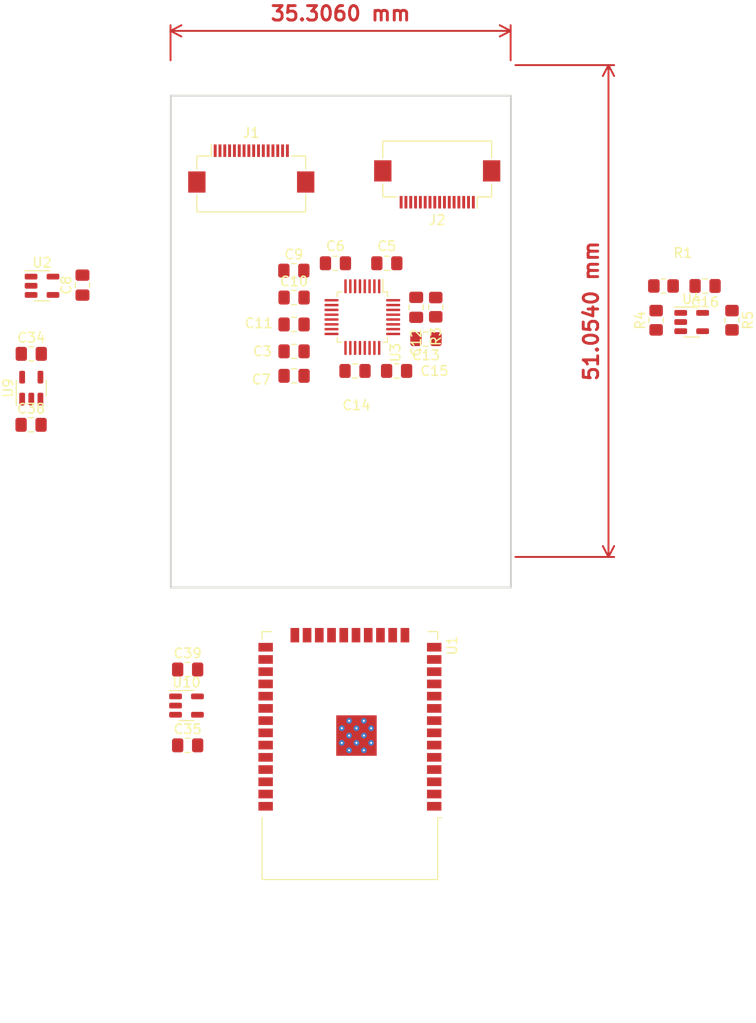
<source format=kicad_pcb>
(kicad_pcb (version 20221018) (generator pcbnew)
  (layers (0 "F.Cu" signal) (31 "B.Cu" signal) (34 "B.Paste" user) (35 "F.Paste" user) (36 "B.SilkS" user "B.Silkscreen") (37 "F.SilkS" user "F.Silkscreen") (38 "B.Mask" user) (39 "F.Mask" user) (44 "Edge.Cuts" user))
  (net 0 "")
  (net 1 "GNDA")
  (net 2 "+3.3VA")
  (net 3 "Net-(U3-PGA1N)")
  (net 4 "Net-(U3-PGA1P)")
  (net 5 "Net-(U3-PGA2N)")
  (net 6 "Net-(U3-PGA2P)")
  (net 7 "Net-(U2-+)")
  (net 8 "Net-(U3-VCAP1)")
  (net 9 "Net-(U3-RLDINV)")
  (net 10 "Net-(U3-RLDIN{slash}RLDREF)")
  (net 11 "Net-(U3-VCAP2)")
  (net 12 "GND")
  (net 13 "+3.3V")
  (net 14 "ADS_DIN")
  (net 15 "ADS_CS")
  (net 16 "ADS_DRDY")
  (net 17 "ADS_DOUT")
  (net 18 "ADS_SCLK")
  (net 20 "VIN")
  (net 27 "Net-(U4-+)")
  (net 30 "inaVref")
  (net 32 "adcVref")
  (net 33 "Net-(U1-GND-Pad1)")
  (net 36 "PWR_ENA")
  (net 37 "ADS_RESET")
  (net 38 "ADS_START")
  (net 43 "Net-(R1-Pad1)")
  (footprint "Capacitor_SMD:C_0805_2012Metric_Pad1.18x1.45mm_HandSolder" (layer "F.Cu") (at 119.99 43.176 180)
    (fp_text reference "C5" (at 0 1.778) (layer "F.SilkS"))
    (fp_text value "4.7nF")
    (fp_line (start -0.261252 -0.735) (end 0.261252 -0.735) (stroke (width 0.12)) (layer "F.SilkS"))
    (fp_line (start -0.261252 0.735) (end 0.261252 0.735) (stroke (width 0.12)) (layer "F.SilkS"))
    (pad "1" smd roundrect (at -1.0375 0 180) (size 1.175 1.45) (layers "F.Cu" "F.Paste" "F.Mask") (roundrect_rratio 0.212766) (net 3 "Net-(U3-PGA1N)"))
    (pad "2" smd roundrect (at 1.0375 0 180) (size 1.175 1.45) (layers "F.Cu" "F.Paste" "F.Mask") (roundrect_rratio 0.212766) (net 4 "Net-(U3-PGA1P)"))
  )
  (footprint "Capacitor_SMD:C_0805_2012Metric_Pad1.18x1.45mm_HandSolder" (layer "F.Cu") (at 116.688 54.352)
    (fp_text reference "C14" (at 0.152 3.56) (layer "F.SilkS"))
    (fp_text value "0.1uF")
    (fp_line (start -0.261252 -0.735) (end 0.261252 -0.735) (stroke (width 0.12)) (layer "F.SilkS"))
    (fp_line (start -0.261252 0.735) (end 0.261252 0.735) (stroke (width 0.12)) (layer "F.SilkS"))
    (pad "1" smd roundrect (at -1.0375 0) (size 1.175 1.45) (layers "F.Cu" "F.Paste" "F.Mask") (roundrect_rratio 0.212766) (net 12 "GND"))
    (pad "2" smd roundrect (at 1.0375 0) (size 1.175 1.45) (layers "F.Cu" "F.Paste" "F.Mask") (roundrect_rratio 0.212766) (net 13 "+3.3V"))
  )
  (footprint "Capacitor_SMD:C_0805_2012Metric_Pad1.18x1.45mm_HandSolder" (layer "F.Cu") (at 123.038 47.748 90)
    (fp_text reference "C12" (at -3.6615 0 90) (layer "F.SilkS"))
    (fp_text value "1.5nF")
    (fp_line (start -0.261252 -0.735) (end 0.261252 -0.735) (stroke (width 0.12)) (layer "F.SilkS"))
    (fp_line (start -0.261252 0.735) (end 0.261252 0.735) (stroke (width 0.12)) (layer "F.SilkS"))
    (pad "1" smd roundrect (at -1.0375 0 90) (size 1.175 1.45) (layers "F.Cu" "F.Paste" "F.Mask") (roundrect_rratio 0.212766) (net 9 "Net-(U3-RLDINV)"))
    (pad "2" smd roundrect (at 1.0375 0 90) (size 1.175 1.45) (layers "F.Cu" "F.Paste" "F.Mask") (roundrect_rratio 0.212766) (net 10 "Net-(U3-RLDIN{slash}RLDREF)"))
  )
  (footprint "Capacitor_SMD:C_0805_2012Metric_Pad1.18x1.45mm_HandSolder" (layer "F.Cu") (at 110.3595 52.32)
    (fp_text reference "C3" (at -3.2805 0) (layer "F.SilkS"))
    (fp_text value "0.1uF")
    (fp_line (start -0.261252 -0.735) (end 0.261252 -0.735) (stroke (width 0.12)) (layer "F.SilkS"))
    (fp_line (start -0.261252 0.735) (end 0.261252 0.735) (stroke (width 0.12)) (layer "F.SilkS"))
    (pad "1" smd roundrect (at -1.0375 0) (size 1.175 1.45) (layers "F.Cu" "F.Paste" "F.Mask") (roundrect_rratio 0.212766) (net 1 "GNDA"))
    (pad "2" smd roundrect (at 1.0375 0) (size 1.175 1.45) (layers "F.Cu" "F.Paste" "F.Mask") (roundrect_rratio 0.212766) (net 2 "+3.3VA"))
  )
  (footprint "Connector_FFC-FPC:Hirose_FH12-16S-0.5SH_1x16-1MP_P0.50mm_Horizontal" (layer "F.Cu") (at 125.222 34.986 180)
    (fp_text reference "J2" (at 0 -3.7) (layer "F.SilkS"))
    (fp_text value "Conn_01x16")
    (fp_line (start -5.65 -1.3) (end -5.65 0.04) (stroke (width 0.12)) (layer "F.SilkS"))
    (fp_line (start -5.65 2.76) (end -5.65 4.5) (stroke (width 0.12)) (layer "F.SilkS"))
    (fp_line (start -5.65 4.5) (end 5.65 4.5) (stroke (width 0.12)) (layer "F.SilkS"))
    (fp_line (start -4.16 -1.3) (end -5.65 -1.3) (stroke (width 0.12)) (layer "F.SilkS"))
    (fp_line (start -4.16 -1.3) (end -4.16 -2.5) (stroke (width 0.12)) (layer "F.SilkS"))
    (fp_line (start 4.16 -1.3) (end 5.65 -1.3) (stroke (width 0.12)) (layer "F.SilkS"))
    (fp_line (start 5.65 -1.3) (end 5.65 0.04) (stroke (width 0.12)) (layer "F.SilkS"))
    (fp_line (start 5.65 4.5) (end 5.65 2.76) (stroke (width 0.12)) (layer "F.SilkS"))
    (pad "1" smd rect (at -3.75 -1.85 180) (size 0.3 1.3) (layers "F.Cu" "F.Paste" "F.Mask"))
    (pad "2" smd rect (at -3.25 -1.85 180) (size 0.3 1.3) (layers "F.Cu" "F.Paste" "F.Mask"))
    (pad "3" smd rect (at -2.75 -1.85 180) (size 0.3 1.3) (layers "F.Cu" "F.Paste" "F.Mask"))
    (pad "4" smd rect (at -2.25 -1.85 180) (size 0.3 1.3) (layers "F.Cu" "F.Paste" "F.Mask"))
    (pad "5" smd rect (at -1.75 -1.85 180) (size 0.3 1.3) (layers "F.Cu" "F.Paste" "F.Mask"))
    (pad "6" smd rect (at -1.25 -1.85 180) (size 0.3 1.3) (layers "F.Cu" "F.Paste" "F.Mask"))
    (pad "7" smd rect (at -0.75 -1.85 180) (size 0.3 1.3) (layers "F.Cu" "F.Paste" "F.Mask"))
    (pad "8" smd rect (at -0.25 -1.85 180) (size 0.3 1.3) (layers "F.Cu" "F.Paste" "F.Mask"))
    (pad "9" smd rect (at 0.25 -1.85 180) (size 0.3 1.3) (layers "F.Cu" "F.Paste" "F.Mask"))
    (pad "10" smd rect (at 0.75 -1.85 180) (size 0.3 1.3) (layers "F.Cu" "F.Paste" "F.Mask"))
    (pad "11" smd rect (at 1.25 -1.85 180) (size 0.3 1.3) (layers "F.Cu" "F.Paste" "F.Mask"))
    (pad "12" smd rect (at 1.75 -1.85 180) (size 0.3 1.3) (layers "F.Cu" "F.Paste" "F.Mask"))
    (pad "13" smd rect (at 2.25 -1.85 180) (size 0.3 1.3) (layers "F.Cu" "F.Paste" "F.Mask"))
    (pad "14" smd rect (at 2.75 -1.85 180) (size 0.3 1.3) (layers "F.Cu" "F.Paste" "F.Mask"))
    (pad "15" smd rect (at 3.25 -1.85 180) (size 0.3 1.3) (layers "F.Cu" "F.Paste" "F.Mask"))
    (pad "16" smd rect (at 3.75 -1.85 180) (size 0.3 1.3) (layers "F.Cu" "F.Paste" "F.Mask"))
    (pad "MP" smd rect (at -5.65 1.4 180) (size 1.8 2.2) (layers "F.Cu" "F.Paste" "F.Mask"))
    (pad "MP" smd rect (at 5.65 1.4 180) (size 1.8 2.2) (layers "F.Cu" "F.Paste" "F.Mask"))
  )
  (footprint "Connector_FFC-FPC:Hirose_FH12-16S-0.5SH_1x16-1MP_P0.50mm_Horizontal" (layer "F.Cu") (at 105.918 33.34)
    (fp_text reference "J1" (at 0 -3.7) (layer "F.SilkS"))
    (fp_text value "Conn_01x16")
    (fp_line (start -5.65 -1.3) (end -5.65 0.04) (stroke (width 0.12)) (layer "F.SilkS"))
    (fp_line (start -5.65 2.76) (end -5.65 4.5) (stroke (width 0.12)) (layer "F.SilkS"))
    (fp_line (start -5.65 4.5) (end 5.65 4.5) (stroke (width 0.12)) (layer "F.SilkS"))
    (fp_line (start -4.16 -1.3) (end -5.65 -1.3) (stroke (width 0.12)) (layer "F.SilkS"))
    (fp_line (start -4.16 -1.3) (end -4.16 -2.5) (stroke (width 0.12)) (layer "F.SilkS"))
    (fp_line (start 4.16 -1.3) (end 5.65 -1.3) (stroke (width 0.12)) (layer "F.SilkS"))
    (fp_line (start 5.65 -1.3) (end 5.65 0.04) (stroke (width 0.12)) (layer "F.SilkS"))
    (fp_line (start 5.65 4.5) (end 5.65 2.76) (stroke (width 0.12)) (layer "F.SilkS"))
    (pad "1" smd rect (at -3.75 -1.85) (size 0.3 1.3) (layers "F.Cu" "F.Paste" "F.Mask"))
    (pad "2" smd rect (at -3.25 -1.85) (size 0.3 1.3) (layers "F.Cu" "F.Paste" "F.Mask"))
    (pad "3" smd rect (at -2.75 -1.85) (size 0.3 1.3) (layers "F.Cu" "F.Paste" "F.Mask"))
    (pad "4" smd rect (at -2.25 -1.85) (size 0.3 1.3) (layers "F.Cu" "F.Paste" "F.Mask"))
    (pad "5" smd rect (at -1.75 -1.85) (size 0.3 1.3) (layers "F.Cu" "F.Paste" "F.Mask"))
    (pad "6" smd rect (at -1.25 -1.85) (size 0.3 1.3) (layers "F.Cu" "F.Paste" "F.Mask"))
    (pad "7" smd rect (at -0.75 -1.85) (size 0.3 1.3) (layers "F.Cu" "F.Paste" "F.Mask"))
    (pad "8" smd rect (at -0.25 -1.85) (size 0.3 1.3) (layers "F.Cu" "F.Paste" "F.Mask"))
    (pad "9" smd rect (at 0.25 -1.85) (size 0.3 1.3) (layers "F.Cu" "F.Paste" "F.Mask"))
    (pad "10" smd rect (at 0.75 -1.85) (size 0.3 1.3) (layers "F.Cu" "F.Paste" "F.Mask"))
    (pad "11" smd rect (at 1.25 -1.85) (size 0.3 1.3) (layers "F.Cu" "F.Paste" "F.Mask"))
    (pad "12" smd rect (at 1.75 -1.85) (size 0.3 1.3) (layers "F.Cu" "F.Paste" "F.Mask"))
    (pad "13" smd rect (at 2.25 -1.85) (size 0.3 1.3) (layers "F.Cu" "F.Paste" "F.Mask"))
    (pad "14" smd rect (at 2.75 -1.85) (size 0.3 1.3) (layers "F.Cu" "F.Paste" "F.Mask"))
    (pad "15" smd rect (at 3.25 -1.85) (size 0.3 1.3) (layers "F.Cu" "F.Paste" "F.Mask"))
    (pad "16" smd rect (at 3.75 -1.85) (size 0.3 1.3) (layers "F.Cu" "F.Paste" "F.Mask"))
    (pad "MP" smd rect (at -5.65 1.4) (size 1.8 2.2) (layers "F.Cu" "F.Paste" "F.Mask"))
    (pad "MP" smd rect (at 5.65 1.4) (size 1.8 2.2) (layers "F.Cu" "F.Paste" "F.Mask"))
  )
  (footprint "Capacitor_SMD:C_0805_2012Metric_Pad1.18x1.45mm_HandSolder" (layer "F.Cu") (at 110.3595 49.526)
    (fp_text reference "C11" (at -3.6615 -0.127) (layer "F.SilkS"))
    (fp_text value "1uF")
    (fp_line (start -0.261252 -0.735) (end 0.261252 -0.735) (stroke (width 0.12)) (layer "F.SilkS"))
    (fp_line (start -0.261252 0.735) (end 0.261252 0.735) (stroke (width 0.12)) (layer "F.SilkS"))
    (pad "1" smd roundrect (at -1.0375 0) (size 1.175 1.45) (layers "F.Cu" "F.Paste" "F.Mask") (roundrect_rratio 0.212766) (net 1 "GNDA"))
    (pad "2" smd roundrect (at 1.0375 0) (size 1.175 1.45) (layers "F.Cu" "F.Paste" "F.Mask") (roundrect_rratio 0.212766) (net 8 "Net-(U3-VCAP1)"))
  )
  (footprint "Capacitor_SMD:C_0805_2012Metric_Pad1.18x1.45mm_HandSolder" (layer "F.Cu") (at 114.656 43.176 180)
    (fp_text reference "C6" (at 0 1.778) (layer "F.SilkS"))
    (fp_text value "4.7nF")
    (fp_line (start -0.261252 -0.735) (end 0.261252 -0.735) (stroke (width 0.12)) (layer "F.SilkS"))
    (fp_line (start -0.261252 0.735) (end 0.261252 0.735) (stroke (width 0.12)) (layer "F.SilkS"))
    (pad "1" smd roundrect (at -1.0375 0 180) (size 1.175 1.45) (layers "F.Cu" "F.Paste" "F.Mask") (roundrect_rratio 0.212766) (net 5 "Net-(U3-PGA2N)"))
    (pad "2" smd roundrect (at 1.0375 0 180) (size 1.175 1.45) (layers "F.Cu" "F.Paste" "F.Mask") (roundrect_rratio 0.212766) (net 6 "Net-(U3-PGA2P)"))
  )
  (footprint "Package_TO_SOT_SMD:SOT-23-5" (layer "F.Cu") (at 83.0795 56.134 90)
    (fp_text reference "U9" (at 0 -2.4 90) (layer "F.SilkS"))
    (fp_text value "AP2112K-3.3")
    (fp_line (start 0 -1.56) (end -1.8 -1.56) (stroke (width 0.12)) (layer "F.SilkS"))
    (fp_line (start 0 -1.56) (end 0.8 -1.56) (stroke (width 0.12)) (layer "F.SilkS"))
    (fp_line (start 0 1.56) (end -0.8 1.56) (stroke (width 0.12)) (layer "F.SilkS"))
    (fp_line (start 0 1.56) (end 0.8 1.56) (stroke (width 0.12)) (layer "F.SilkS"))
    (pad "1" smd roundrect (at -1.1375 -0.95 90) (size 1.325 0.6) (layers "F.Cu" "F.Paste" "F.Mask") (net 20 "VIN"))
    (pad "2" smd roundrect (at -1.1375 0 90) (size 1.325 0.6) (layers "F.Cu" "F.Paste" "F.Mask") (net 12 "GND"))
    (pad "3" smd roundrect (at -1.1375 0.95 90) (size 1.325 0.6) (layers "F.Cu" "F.Paste" "F.Mask") (net 36 "PWR_ENA"))
    (pad "4" smd roundrect (at 1.1375 0.95 90) (size 1.325 0.6) (layers "F.Cu" "F.Paste" "F.Mask"))
    (pad "5" smd roundrect (at 1.1375 -0.95 90) (size 1.325 0.6) (layers "F.Cu" "F.Paste" "F.Mask") (net 2 "+3.3VA"))
  )
  (footprint "Capacitor_SMD:C_0805_2012Metric_Pad1.18x1.45mm_HandSolder" (layer "F.Cu") (at 110.338 43.938)
    (fp_text reference "C9" (at 0 -1.68) (layer "F.SilkS"))
    (fp_text value "10uF")
    (fp_line (start -0.261252 -0.735) (end 0.261252 -0.735) (stroke (width 0.12)) (layer "F.SilkS"))
    (fp_line (start -0.261252 0.735) (end 0.261252 0.735) (stroke (width 0.12)) (layer "F.SilkS"))
    (pad "1" smd roundrect (at -1.0375 0) (size 1.175 1.45) (layers "F.Cu" "F.Paste" "F.Mask") (roundrect_rratio 0.212766) (net 1 "GNDA"))
    (pad "2" smd roundrect (at 1.0375 0) (size 1.175 1.45) (layers "F.Cu" "F.Paste" "F.Mask") (roundrect_rratio 0.212766) (net 7 "Net-(U2-+)"))
  )
  (footprint "Resistor_SMD:R_0805_2012Metric_Pad1.20x1.40mm_HandSolder" (layer "F.Cu") (at 125.07 47.732 -90)
    (fp_text reference "R3" (at 3.048 -0.016 90) (layer "F.SilkS"))
    (fp_text value "1MOm")
    (fp_line (start -0.227064 -0.735) (end 0.227064 -0.735) (stroke (width 0.12)) (layer "F.SilkS"))
    (fp_line (start -0.227064 0.735) (end 0.227064 0.735) (stroke (width 0.12)) (layer "F.SilkS"))
    (pad "1" smd roundrect (at -1 0 270) (size 1.2 1.4) (layers "F.Cu" "F.Paste" "F.Mask") (roundrect_rratio 0.208333) (net 10 "Net-(U3-RLDIN{slash}RLDREF)"))
    (pad "2" smd roundrect (at 1 0 270) (size 1.2 1.4) (layers "F.Cu" "F.Paste" "F.Mask") (roundrect_rratio 0.208333) (net 9 "Net-(U3-RLDINV)"))
  )
  (footprint "Package_TO_SOT_SMD:SOT-23-5" (layer "F.Cu") (at 151.638 49.276)
    (fp_text reference "U4" (at 0 -2.4) (layer "F.SilkS"))
    (fp_text value "OPA340NA")
    (fp_line (start 0 -1.56) (end -1.8 -1.56) (stroke (width 0.12)) (layer "F.SilkS"))
    (fp_line (start 0 -1.56) (end 0.8 -1.56) (stroke (width 0.12)) (layer "F.SilkS"))
    (fp_line (start 0 1.56) (end -0.8 1.56) (stroke (width 0.12)) (layer "F.SilkS"))
    (fp_line (start 0 1.56) (end 0.8 1.56) (stroke (width 0.12)) (layer "F.SilkS"))
    (pad "1" smd roundrect (at -1.1375 -0.95) (size 1.325 0.6) (layers "F.Cu" "F.Paste" "F.Mask") (net 30 "inaVref"))
    (pad "2" smd roundrect (at -1.1375 0) (size 1.325 0.6) (layers "F.Cu" "F.Paste" "F.Mask") (net 1 "GNDA"))
    (pad "3" smd roundrect (at -1.1375 0.95) (size 1.325 0.6) (layers "F.Cu" "F.Paste" "F.Mask") (net 27 "Net-(U4-+)"))
    (pad "4" smd roundrect (at 1.1375 0.95) (size 1.325 0.6) (layers "F.Cu" "F.Paste" "F.Mask") (net 30 "inaVref"))
    (pad "5" smd roundrect (at 1.1375 -0.95) (size 1.325 0.6) (layers "F.Cu" "F.Paste" "F.Mask") (net 2 "+3.3VA"))
  )
  (footprint "Package_TO_SOT_SMD:SOT-23-5" (layer "F.Cu") (at 99.1925 89.088)
    (fp_text reference "U10" (at 0 -2.4) (layer "F.SilkS"))
    (fp_text value "AP2112K-3.3")
    (fp_line (start 0 -1.56) (end -1.8 -1.56) (stroke (width 0.12)) (layer "F.SilkS"))
    (fp_line (start 0 -1.56) (end 0.8 -1.56) (stroke (width 0.12)) (layer "F.SilkS"))
    (fp_line (start 0 1.56) (end -0.8 1.56) (stroke (width 0.12)) (layer "F.SilkS"))
    (fp_line (start 0 1.56) (end 0.8 1.56) (stroke (width 0.12)) (layer "F.SilkS"))
    (pad "1" smd roundrect (at -1.1375 -0.95) (size 1.325 0.6) (layers "F.Cu" "F.Paste" "F.Mask") (net 20 "VIN"))
    (pad "2" smd roundrect (at -1.1375 0) (size 1.325 0.6) (layers "F.Cu" "F.Paste" "F.Mask") (net 12 "GND"))
    (pad "3" smd roundrect (at -1.1375 0.95) (size 1.325 0.6) (layers "F.Cu" "F.Paste" "F.Mask") (net 36 "PWR_ENA"))
    (pad "4" smd roundrect (at 1.1375 0.95) (size 1.325 0.6) (layers "F.Cu" "F.Paste" "F.Mask"))
    (pad "5" smd roundrect (at 1.1375 -0.95) (size 1.325 0.6) (layers "F.Cu" "F.Paste" "F.Mask") (net 13 "+3.3V"))
  )
  (footprint "Resistor_SMD:R_0805_2012Metric_Pad1.20x1.40mm_HandSolder" (layer "F.Cu") (at 148.7115 45.532)
    (fp_text reference "R1" (at 2.016 -3.428) (layer "F.SilkS"))
    (fp_text value "5.1k")
    (fp_line (start -0.227064 -0.735) (end 0.227064 -0.735) (stroke (width 0.12)) (layer "F.SilkS"))
    (fp_line (start -0.227064 0.735) (end 0.227064 0.735) (stroke (width 0.12)) (layer "F.SilkS"))
    (pad "1" smd roundrect (at -1 0) (size 1.2 1.4) (layers "F.Cu" "F.Paste" "F.Mask") (roundrect_rratio 0.208333) (net 43 "Net-(R1-Pad1)"))
    (pad "2" smd roundrect (at 1 0) (size 1.2 1.4) (layers "F.Cu" "F.Paste" "F.Mask") (roundrect_rratio 0.208333) (net 30 "inaVref"))
  )
  (footprint "Package_QFP:PQFP-32_5x5mm_P0.5mm" (layer "F.Cu") (at 117.45 48.764 -90)
    (fp_text reference "U3" (at 3.683 -3.429 90) (layer "F.SilkS"))
    (fp_text value "ADS1292" hide)
    (fp_line (start -2.61 -2.61) (end -2.61 -2.135) (stroke (width 0.12)) (layer "F.SilkS"))
    (fp_line (start -2.61 -2.135) (end -3.925 -2.135) (stroke (width 0.12)) (layer "F.SilkS"))
    (fp_line (start -2.61 2.61) (end -2.61 2.135) (stroke (width 0.12)) (layer "F.SilkS"))
    (fp_line (start -2.135 -2.61) (end -2.61 -2.61) (stroke (width 0.12)) (layer "F.SilkS"))
    (fp_line (start -2.135 2.61) (end -2.61 2.61) (stroke (width 0.12)) (layer "F.SilkS"))
    (fp_line (start 2.135 -2.61) (end 2.61 -2.61) (stroke (width 0.12)) (layer "F.SilkS"))
    (fp_line (start 2.135 2.61) (end 2.61 2.61) (stroke (width 0.12)) (layer "F.SilkS"))
    (fp_line (start 2.61 -2.61) (end 2.61 -2.135) (stroke (width 0.12)) (layer "F.SilkS"))
    (fp_line (start 2.61 2.61) (end 2.61 2.135) (stroke (width 0.12)) (layer "F.SilkS"))
    (pad "1" smd roundrect (at -3.2 -1.75 270) (size 1.45 0.25) (layers "F.Cu" "F.Paste" "F.Mask") (net 3 "Net-(U3-PGA1N)"))
    (pad "2" smd roundrect (at -3.2 -1.25 270) (size 1.45 0.25) (layers "F.Cu" "F.Paste" "F.Mask") (net 4 "Net-(U3-PGA1P)"))
    (pad "3" smd roundrect (at -3.2 -0.75 270) (size 1.45 0.25) (layers "F.Cu" "F.Paste" "F.Mask"))
    (pad "4" smd roundrect (at -3.2 -0.25 270) (size 1.45 0.25) (layers "F.Cu" "F.Paste" "F.Mask"))
    (pad "5" smd roundrect (at -3.2 0.25 270) (size 1.45 0.25) (layers "F.Cu" "F.Paste" "F.Mask"))
    (pad "6" smd roundrect (at -3.2 0.75 270) (size 1.45 0.25) (layers "F.Cu" "F.Paste" "F.Mask"))
    (pad "7" smd roundrect (at -3.2 1.25 270) (size 1.45 0.25) (layers "F.Cu" "F.Paste" "F.Mask") (net 5 "Net-(U3-PGA2N)"))
    (pad "8" smd roundrect (at -3.2 1.75 270) (size 1.45 0.25) (layers "F.Cu" "F.Paste" "F.Mask") (net 6 "Net-(U3-PGA2P)"))
    (pad "9" smd roundrect (at -1.75 3.2 270) (size 0.25 1.45) (layers "F.Cu" "F.Paste" "F.Mask") (net 7 "Net-(U2-+)"))
    (pad "10" smd roundrect (at -1.25 3.2 270) (size 0.25 1.45) (layers "F.Cu" "F.Paste" "F.Mask") (net 1 "GNDA"))
    (pad "11" smd roundrect (at -0.75 3.2 270) (size 0.25 1.45) (layers "F.Cu" "F.Paste" "F.Mask") (net 8 "Net-(U3-VCAP1)"))
    (pad "12" smd roundrect (at -0.25 3.2 270) (size 0.25 1.45) (layers "F.Cu" "F.Paste" "F.Mask") (net 2 "+3.3VA"))
    (pad "13" smd roundrect (at 0.25 3.2 270) (size 0.25 1.45) (layers "F.Cu" "F.Paste" "F.Mask") (net 1 "GNDA"))
    (pad "14" smd roundrect (at 0.75 3.2 270) (size 0.25 1.45) (layers "F.Cu" "F.Paste" "F.Mask") (net 13 "+3.3V"))
    (pad "15" smd roundrect (at 1.25 3.2 270) (size 0.25 1.45) (layers "F.Cu" "F.Paste" "F.Mask") (net 37 "ADS_RESET"))
    (pad "16" smd roundrect (at 1.75 3.2 270) (size 0.25 1.45) (layers "F.Cu" "F.Paste" "F.Mask") (net 38 "ADS_START"))
    (pad "17" smd roundrect (at 3.2 1.75 270) (size 1.45 0.25) (layers "F.Cu" "F.Paste" "F.Mask"))
    (pad "18" smd roundrect (at 3.2 1.25 270) (size 1.45 0.25) (layers "F.Cu" "F.Paste" "F.Mask") (net 15 "ADS_CS"))
    (pad "19" smd roundrect (at 3.2 0.75 270) (size 1.45 0.25) (layers "F.Cu" "F.Paste" "F.Mask") (net 14 "ADS_DIN"))
    (pad "20" smd roundrect (at 3.2 0.25 270) (size 1.45 0.25) (layers "F.Cu" "F.Paste" "F.Mask") (net 18 "ADS_SCLK"))
    (pad "21" smd roundrect (at 3.2 -0.25 270) (size 1.45 0.25) (layers "F.Cu" "F.Paste" "F.Mask") (net 17 "ADS_DOUT"))
    (pad "22" smd roundrect (at 3.2 -0.75 270) (size 1.45 0.25) (layers "F.Cu" "F.Paste" "F.Mask") (net 16 "ADS_DRDY"))
    (pad "23" smd roundrect (at 3.2 -1.25 270) (size 1.45 0.25) (layers "F.Cu" "F.Paste" "F.Mask") (net 13 "+3.3V"))
    (pad "24" smd roundrect (at 3.2 -1.75 270) (size 1.45 0.25) (layers "F.Cu" "F.Paste" "F.Mask") (net 12 "GND"))
    (pad "25" smd roundrect (at 1.75 -3.2 270) (size 0.25 1.45) (layers "F.Cu" "F.Paste" "F.Mask"))
    (pad "26" smd roundrect (at 1.25 -3.2 270) (size 0.25 1.45) (layers "F.Cu" "F.Paste" "F.Mask"))
    (pad "27" smd roundrect (at 0.75 -3.2 270) (size 0.25 1.45) (layers "F.Cu" "F.Paste" "F.Mask") (net 11 "Net-(U3-VCAP2)"))
    (pad "28" smd roundrect (at 0.25 -3.2 270) (size 0.25 1.45) (layers "F.Cu" "F.Paste" "F.Mask") (net 9 "Net-(U3-RLDINV)"))
    (pad "29" smd roundrect (at -0.25 -3.2 270) (size 0.25 1.45) (layers "F.Cu" "F.Paste" "F.Mask") (net 10 "Net-(U3-RLDIN{slash}RLDREF)"))
    (pad "30" smd roundrect (at -0.75 -3.2 270) (size 0.25 1.45) (layers "F.Cu" "F.Paste" "F.Mask") (net 10 "Net-(U3-RLDIN{slash}RLDREF)"))
    (pad "31" smd roundrect (at -1.25 -3.2 270) (size 0.25 1.45) (layers "F.Cu" "F.Paste" "F.Mask") (net 2 "+3.3VA"))
    (pad "32" smd roundrect (at -1.75 -3.2 270) (size 0.25 1.45) (layers "F.Cu" "F.Paste" "F.Mask") (net 2 "+3.3VA"))
  )
  (footprint "Capacitor_SMD:C_0805_2012Metric_Pad1.18x1.45mm_HandSolder" (layer "F.Cu") (at 83.058 59.944)
    (fp_text reference "C38" (at 0 -1.68) (layer "F.SilkS"))
    (fp_text value "2.2uF")
    (fp_line (start -0.261252 -0.735) (end 0.261252 -0.735) (stroke (width 0.12)) (layer "F.SilkS"))
    (fp_line (start -0.261252 0.735) (end 0.261252 0.735) (stroke (width 0.12)) (layer "F.SilkS"))
    (pad "1" smd roundrect (at -1.0375 0) (size 1.175 1.45) (layers "F.Cu" "F.Paste" "F.Mask") (roundrect_rratio 0.212766) (net 12 "GND"))
    (pad "2" smd roundrect (at 1.0375 0) (size 1.175 1.45) (layers "F.Cu" "F.Paste" "F.Mask") (roundrect_rratio 0.212766) (net 2 "+3.3VA"))
  )
  (footprint "Capacitor_SMD:C_0805_2012Metric_Pad1.18x1.45mm_HandSolder" (layer "F.Cu") (at 124.054 51.05 180)
    (fp_text reference "C13" (at 0 -1.68) (layer "F.SilkS"))
    (fp_text value "1uF")
    (fp_line (start -0.261252 -0.735) (end 0.261252 -0.735) (stroke (width 0.12)) (layer "F.SilkS"))
    (fp_line (start -0.261252 0.735) (end 0.261252 0.735) (stroke (width 0.12)) (layer "F.SilkS"))
    (pad "1" smd roundrect (at -1.0375 0 180) (size 1.175 1.45) (layers "F.Cu" "F.Paste" "F.Mask") (roundrect_rratio 0.212766) (net 1 "GNDA"))
    (pad "2" smd roundrect (at 1.0375 0 180) (size 1.175 1.45) (layers "F.Cu" "F.Paste" "F.Mask") (roundrect_rratio 0.212766) (net 11 "Net-(U3-VCAP2)"))
  )
  (footprint "Capacitor_SMD:C_0805_2012Metric_Pad1.18x1.45mm_HandSolder" (layer "F.Cu") (at 110.3595 46.732)
    (fp_text reference "C10" (at 0 -1.68) (layer "F.SilkS"))
    (fp_text value "0.1uF")
    (fp_line (start -0.261252 -0.735) (end 0.261252 -0.735) (stroke (width 0.12)) (layer "F.SilkS"))
    (fp_line (start -0.261252 0.735) (end 0.261252 0.735) (stroke (width 0.12)) (layer "F.SilkS"))
    (pad "1" smd roundrect (at -1.0375 0) (size 1.175 1.45) (layers "F.Cu" "F.Paste" "F.Mask") (roundrect_rratio 0.212766) (net 1 "GNDA"))
    (pad "2" smd roundrect (at 1.0375 0) (size 1.175 1.45) (layers "F.Cu" "F.Paste" "F.Mask") (roundrect_rratio 0.212766) (net 7 "Net-(U2-+)"))
  )
  (footprint "Capacitor_SMD:C_0805_2012Metric_Pad1.18x1.45mm_HandSolder" (layer "F.Cu") (at 88.392 45.4445 90)
    (fp_text reference "C8" (at 0 -1.68 90) (layer "F.SilkS"))
    (fp_text value "0.1uF")
    (fp_line (start -0.261252 -0.735) (end 0.261252 -0.735) (stroke (width 0.12)) (layer "F.SilkS"))
    (fp_line (start -0.261252 0.735) (end 0.261252 0.735) (stroke (width 0.12)) (layer "F.SilkS"))
    (pad "1" smd roundrect (at -1.0375 0 90) (size 1.175 1.45) (layers "F.Cu" "F.Paste" "F.Mask") (roundrect_rratio 0.212766) (net 1 "GNDA"))
    (pad "2" smd roundrect (at 1.0375 0 90) (size 1.175 1.45) (layers "F.Cu" "F.Paste" "F.Mask") (roundrect_rratio 0.212766) (net 2 "+3.3VA"))
  )
  (footprint "Capacitor_SMD:C_0805_2012Metric_Pad1.18x1.45mm_HandSolder" (layer "F.Cu") (at 110.3595 54.86)
    (fp_text reference "C7" (at -3.4075 0.381) (layer "F.SilkS"))
    (fp_text value "10uF")
    (fp_line (start -0.261252 -0.735) (end 0.261252 -0.735) (stroke (width 0.12)) (layer "F.SilkS"))
    (fp_line (start -0.261252 0.735) (end 0.261252 0.735) (stroke (width 0.12)) (layer "F.SilkS"))
    (pad "1" smd roundrect (at -1.0375 0) (size 1.175 1.45) (layers "F.Cu" "F.Paste" "F.Mask") (roundrect_rratio 0.212766) (net 1 "GNDA"))
    (pad "2" smd roundrect (at 1.0375 0) (size 1.175 1.45) (layers "F.Cu" "F.Paste" "F.Mask") (roundrect_rratio 0.212766) (net 2 "+3.3VA"))
  )
  (footprint "Capacitor_SMD:C_0805_2012Metric_Pad1.18x1.45mm_HandSolder" (layer "F.Cu") (at 121.006 54.352 180)
    (fp_text reference "C15" (at -3.937 0) (layer "F.SilkS"))
    (fp_text value "10uF")
    (fp_line (start -0.261252 -0.735) (end 0.261252 -0.735) (stroke (width 0.12)) (layer "F.SilkS"))
    (fp_line (start -0.261252 0.735) (end 0.261252 0.735) (stroke (width 0.12)) (layer "F.SilkS"))
    (pad "1" smd roundrect (at -1.0375 0 180) (size 1.175 1.45) (layers "F.Cu" "F.Paste" "F.Mask") (roundrect_rratio 0.212766) (net 12 "GND"))
    (pad "2" smd roundrect (at 1.0375 0 180) (size 1.175 1.45) (layers "F.Cu" "F.Paste" "F.Mask") (roundrect_rratio 0.212766) (net 13 "+3.3V"))
  )
  (footprint "Resistor_SMD:R_0805_2012Metric_Pad1.20x1.40mm_HandSolder" (layer "F.Cu") (at 155.8235 49.088 -90)
    (fp_text reference "R5" (at 0 -1.65 -270) (layer "F.SilkS"))
    (fp_text value "5.6k")
    (fp_line (start -0.227064 -0.735) (end 0.227064 -0.735) (stroke (width 0.12)) (layer "F.SilkS"))
    (fp_line (start -0.227064 0.735) (end 0.227064 0.735) (stroke (width 0.12)) (layer "F.SilkS"))
    (pad "1" smd roundrect (at -1 0 270) (size 1.2 1.4) (layers "F.Cu" "F.Paste" "F.Mask") (roundrect_rratio 0.208333) (net 1 "GNDA"))
    (pad "2" smd roundrect (at 1 0 270) (size 1.2 1.4) (layers "F.Cu" "F.Paste" "F.Mask") (roundrect_rratio 0.208333) (net 27 "Net-(U4-+)"))
  )
  (footprint "Capacitor_SMD:C_0805_2012Metric_Pad1.18x1.45mm_HandSolder" (layer "F.Cu") (at 83.0795 52.578)
    (fp_text reference "C34" (at 0 -1.68) (layer "F.SilkS"))
    (fp_text value "1uF")
    (fp_line (start -0.261252 -0.735) (end 0.261252 -0.735) (stroke (width 0.12)) (layer "F.SilkS"))
    (fp_line (start -0.261252 0.735) (end 0.261252 0.735) (stroke (width 0.12)) (layer "F.SilkS"))
    (pad "1" smd roundrect (at -1.0375 0) (size 1.175 1.45) (layers "F.Cu" "F.Paste" "F.Mask") (roundrect_rratio 0.212766) (net 12 "GND"))
    (pad "2" smd roundrect (at 1.0375 0) (size 1.175 1.45) (layers "F.Cu" "F.Paste" "F.Mask") (roundrect_rratio 0.212766) (net 20 "VIN"))
  )
  (footprint "Capacitor_SMD:C_0805_2012Metric_Pad1.18x1.45mm_HandSolder" (layer "F.Cu") (at 99.314 93.218)
    (fp_text reference "C35" (at 0 -1.68) (layer "F.SilkS"))
    (fp_text value "1uF")
    (fp_line (start -0.261252 -0.735) (end 0.261252 -0.735) (stroke (width 0.12)) (layer "F.SilkS"))
    (fp_line (start -0.261252 0.735) (end 0.261252 0.735) (stroke (width 0.12)) (layer "F.SilkS"))
    (pad "1" smd roundrect (at -1.0375 0) (size 1.175 1.45) (layers "F.Cu" "F.Paste" "F.Mask") (roundrect_rratio 0.212766) (net 12 "GND"))
    (pad "2" smd roundrect (at 1.0375 0) (size 1.175 1.45) (layers "F.Cu" "F.Paste" "F.Mask") (roundrect_rratio 0.212766) (net 20 "VIN"))
  )
  (footprint "Capacitor_SMD:C_0805_2012Metric_Pad1.18x1.45mm_HandSolder" (layer "F.Cu") (at 153.0295 45.532 180)
    (fp_text reference "C16" (at 0 -1.68) (layer "F.SilkS"))
    (fp_text value "0.1uF")
    (fp_line (start -0.261252 -0.735) (end 0.261252 -0.735) (stroke (width 0.12)) (layer "F.SilkS"))
    (fp_line (start -0.261252 0.735) (end 0.261252 0.735) (stroke (width 0.12)) (layer "F.SilkS"))
    (pad "1" smd roundrect (at -1.0375 0 180) (size 1.175 1.45) (layers "F.Cu" "F.Paste" "F.Mask") (roundrect_rratio 0.212766) (net 2 "+3.3VA"))
    (pad "2" smd roundrect (at 1.0375 0 180) (size 1.175 1.45) (layers "F.Cu" "F.Paste" "F.Mask") (roundrect_rratio 0.212766) (net 1 "GNDA"))
  )
  (footprint "Resistor_SMD:R_0805_2012Metric_Pad1.20x1.40mm_HandSolder" (layer "F.Cu") (at 147.9495 49.088 90)
    (fp_text reference "R4" (at 0 -1.65 90) (layer "F.SilkS"))
    (fp_text value "10k")
    (fp_line (start -0.227064 -0.735) (end 0.227064 -0.735) (stroke (width 0.12)) (layer "F.SilkS"))
    (fp_line (start -0.227064 0.735) (end 0.227064 0.735) (stroke (width 0.12)) (layer "F.SilkS"))
    (pad "1" smd roundrect (at -1 0 90) (size 1.2 1.4) (layers "F.Cu" "F.Paste" "F.Mask") (roundrect_rratio 0.208333) (net 27 "Net-(U4-+)"))
    (pad "2" smd roundrect (at 1 0 90) (size 1.2 1.4) (layers "F.Cu" "F.Paste" "F.Mask") (roundrect_rratio 0.208333) (net 2 "+3.3VA"))
  )
  (footprint "Package_TO_SOT_SMD:SOT-23-5" (layer "F.Cu") (at 84.1955 45.5105)
    (fp_text reference "U2" (at 0 -2.4) (layer "F.SilkS"))
    (fp_text value "OPA340NA")
    (fp_line (start 0 -1.56) (end -1.8 -1.56) (stroke (width 0.12)) (layer "F.SilkS"))
    (fp_line (start 0 -1.56) (end 0.8 -1.56) (stroke (width 0.12)) (layer "F.SilkS"))
    (fp_line (start 0 1.56) (end -0.8 1.56) (stroke (width 0.12)) (layer "F.SilkS"))
    (fp_line (start 0 1.56) (end 0.8 1.56) (stroke (width 0.12)) (layer "F.SilkS"))
    (pad "1" smd roundrect (at -1.1375 -0.95) (size 1.325 0.6) (layers "F.Cu" "F.Paste" "F.Mask") (net 32 "adcVref"))
    (pad "2" smd roundrect (at -1.1375 0) (size 1.325 0.6) (layers "F.Cu" "F.Paste" "F.Mask") (net 1 "GNDA"))
    (pad "3" smd roundrect (at -1.1375 0.95) (size 1.325 0.6) (layers "F.Cu" "F.Paste" "F.Mask") (net 7 "Net-(U2-+)"))
    (pad "4" smd roundrect (at 1.1375 0.95) (size 1.325 0.6) (layers "F.Cu" "F.Paste" "F.Mask") (net 32 "adcVref"))
    (pad "5" smd roundrect (at 1.1375 -0.95) (size 1.325 0.6) (layers "F.Cu" "F.Paste" "F.Mask") (net 2 "+3.3VA"))
  )
  (footprint "RF_Module:ESP32-WROOM-32" (layer "F.Cu") (at 116.159 91.2915 180)
    (fp_text reference "U1" (at -10.61 8.43 90) (layer "F.SilkS"))
    (fp_text value "ESP32-WROOM-32")
    (fp_line (start -9.12 -15.86) (end -9.12 -9.445) (stroke (width 0.12)) (layer "F.SilkS"))
    (fp_line (start -9.12 -15.86) (end 9.12 -15.86) (stroke (width 0.12)) (layer "F.SilkS"))
    (fp_line (start -9.12 -9.445) (end -9.5 -9.445) (stroke (width 0.12)) (layer "F.SilkS"))
    (fp_line (start -9.12 9.1) (end -9.12 9.88) (stroke (width 0.12)) (layer "F.SilkS"))
    (fp_line (start -9.12 9.88) (end -8.12 9.88) (stroke (width 0.12)) (layer "F.SilkS"))
    (fp_line (start 9.12 -15.86) (end 9.12 -9.445) (stroke (width 0.12)) (layer "F.SilkS"))
    (fp_line (start 9.12 9.1) (end 9.12 9.88) (stroke (width 0.12)) (layer "F.SilkS"))
    (fp_line (start 9.12 9.88) (end 8.12 9.88) (stroke (width 0.12)) (layer "F.SilkS"))
    (pad "1" smd rect (at -8.75 -8.25 180) (size 1.5 0.9) (layers "F.Cu" "F.Paste" "F.Mask") (net 33 "Net-(U1-GND-Pad1)"))
    (pad "2" smd rect (at -8.75 -6.98 180) (size 1.5 0.9) (layers "F.Cu" "F.Paste" "F.Mask"))
    (pad "3" smd rect (at -8.75 -5.71 180) (size 1.5 0.9) (layers "F.Cu" "F.Paste" "F.Mask"))
    (pad "4" smd rect (at -8.75 -4.44 180) (size 1.5 0.9) (layers "F.Cu" "F.Paste" "F.Mask"))
    (pad "5" smd rect (at -8.75 -3.17 180) (size 1.5 0.9) (layers "F.Cu" "F.Paste" "F.Mask"))
    (pad "6" smd rect (at -8.75 -1.9 180) (size 1.5 0.9) (layers "F.Cu" "F.Paste" "F.Mask"))
    (pad "7" smd rect (at -8.75 -0.63 180) (size 1.5 0.9) (layers "F.Cu" "F.Paste" "F.Mask"))
    (pad "8" smd rect (at -8.75 0.64 180) (size 1.5 0.9) (layers "F.Cu" "F.Paste" "F.Mask"))
    (pad "9" smd rect (at -8.75 1.91 180) (size 1.5 0.9) (layers "F.Cu" "F.Paste" "F.Mask"))
    (pad "10" smd rect (at -8.75 3.18 180) (size 1.5 0.9) (layers "F.Cu" "F.Paste" "F.Mask"))
    (pad "11" smd rect (at -8.75 4.45 180) (size 1.5 0.9) (layers "F.Cu" "F.Paste" "F.Mask"))
    (pad "12" smd rect (at -8.75 5.72 180) (size 1.5 0.9) (layers "F.Cu" "F.Paste" "F.Mask"))
    (pad "13" smd rect (at -8.75 6.99 180) (size 1.5 0.9) (layers "F.Cu" "F.Paste" "F.Mask"))
    (pad "14" smd rect (at -8.75 8.26 180) (size 1.5 0.9) (layers "F.Cu" "F.Paste" "F.Mask"))
    (pad "15" smd rect (at -5.71 9.51 270) (size 1.5 0.9) (layers "F.Cu" "F.Paste" "F.Mask") (net 33 "Net-(U1-GND-Pad1)"))
    (pad "16" smd rect (at -4.44 9.51 270) (size 1.5 0.9) (layers "F.Cu" "F.Paste" "F.Mask"))
    (pad "17" smd rect (at -3.17 9.51 270) (size 1.5 0.9) (layers "F.Cu" "F.Paste" "F.Mask"))
    (pad "18" smd rect (at -1.9 9.51 270) (size 1.5 0.9) (layers "F.Cu" "F.Paste" "F.Mask"))
    (pad "19" smd rect (at -0.63 9.51 270) (size 1.5 0.9) (layers "F.Cu" "F.Paste" "F.Mask"))
    (pad "20" smd rect (at 0.64 9.51 270) (size 1.5 0.9) (layers "F.Cu" "F.Paste" "F.Mask"))
    (pad "21" smd rect (at 1.91 9.51 270) (size 1.5 0.9) (layers "F.Cu" "F.Paste" "F.Mask"))
    (pad "22" smd rect (at 3.18 9.51 270) (size 1.5 0.9) (layers "F.Cu" "F.Paste" "F.Mask"))
    (pad "23" smd rect (at 4.45 9.51 270) (size 1.5 0.9) (layers "F.Cu" "F.Paste" "F.Mask"))
    (pad "24" smd rect (at 5.72 9.51 270) (size 1.5 0.9) (layers "F.Cu" "F.Paste" "F.Mask"))
    (pad "25" smd rect (at 8.75 8.26 180) (size 1.5 0.9) (layers "F.Cu" "F.Paste" "F.Mask"))
    (pad "26" smd rect (at 8.75 6.99 180) (size 1.5 0.9) (layers "F.Cu" "F.Paste" "F.Mask"))
    (pad "27" smd rect (at 8.75 5.72 180) (size 1.5 0.9) (layers "F.Cu" "F.Paste" "F.Mask"))
    (pad "28" smd rect (at 8.75 4.45 180) (size 1.5 0.9) (layers "F.Cu" "F.Paste" "F.Mask"))
    (pad "29" smd rect (at 8.75 3.18 180) (size 1.5 0.9) (layers "F.Cu" "F.Paste" "F.Mask"))
    (pad "30" smd rect (at 8.75 1.91 180) (size 1.5 0.9) (layers "F.Cu" "F.Paste" "F.Mask"))
    (pad "31" smd rect (at 8.75 0.64 180) (size 1.5 0.9) (layers "F.Cu" "F.Paste" "F.Mask"))
    (pad "32" smd rect (at 8.75 -0.63 180) (size 1.5 0.9) (layers "F.Cu" "F.Paste" "F.Mask"))
    (pad "33" smd rect (at 8.75 -1.9 180) (size 1.5 0.9) (layers "F.Cu" "F.Paste" "F.Mask"))
    (pad "34" smd rect (at 8.75 -3.17 180) (size 1.5 0.9) (layers "F.Cu" "F.Paste" "F.Mask"))
    (pad "35" smd rect (at 8.75 -4.44 180) (size 1.5 0.9) (layers "F.Cu" "F.Paste" "F.Mask"))
    (pad "36" smd rect (at 8.75 -5.71 180) (size 1.5 0.9) (layers "F.Cu" "F.Paste" "F.Mask"))
    (pad "37" smd rect (at 8.75 -6.98 180) (size 1.5 0.9) (layers "F.Cu" "F.Paste" "F.Mask"))
    (pad "38" smd rect (at 8.75 -8.25 180) (size 1.5 0.9) (layers "F.Cu" "F.Paste" "F.Mask") (net 33 "Net-(U1-GND-Pad1)"))
    (pad "39" smd rect (at -2.205 -2.435 180) (size 1.05 1.05) (layers "F.Cu" "F.Paste") (net 33 "Net-(U1-GND-Pad1)"))
    (pad "39" thru_hole circle (at -2.205 -1.6725 180) (size 0.6 0.6) (drill 0.2) (property pad_prop_heatsink) (layers "*.Cu" "F.Mask") (net 33 "Net-(U1-GND-Pad1)"))
    (pad "39" smd rect (at -2.205 -0.91 180) (size 1.05 1.05) (layers "F.Cu" "F.Paste") (net 33 "Net-(U1-GND-Pad1)"))
    (pad "39" thru_hole circle (at -2.205 -0.1475 180) (size 0.6 0.6) (drill 0.2) (property pad_prop_heatsink) (layers "*.Cu" "F.Mask") (net 33 "Net-(U1-GND-Pad1)"))
    (pad "39" smd rect (at -2.205 0.615 180) (size 1.05 1.05) (layers "F.Cu" "F.Paste") (net 33 "Net-(U1-GND-Pad1)"))
    (pad "39" thru_hole circle (at -1.4425 -2.435 180) (size 0.6 0.6) (drill 0.2) (property pad_prop_heatsink) (layers "*.Cu" "F.Mask") (net 33 "Net-(U1-GND-Pad1)"))
    (pad "39" thru_hole circle (at -1.4425 -0.91 180) (size 0.6 0.6) (drill 0.2) (property pad_prop_heatsink) (layers "*.Cu" "F.Mask") (net 33 "Net-(U1-GND-Pad1)"))
    (pad "39" thru_hole circle (at -1.4425 0.615 180) (size 0.6 0.6) (drill 0.2) (property pad_prop_heatsink) (layers "*.Cu" "F.Mask") (net 33 "Net-(U1-GND-Pad1)"))
    (pad "39" smd rect (at -0.68 -2.435 180) (size 1.05 1.05) (layers "F.Cu" "F.Paste") (net 33 "Net-(U1-GND-Pad1)"))
    (pad "39" thru_hole circle (at -0.68 -1.6725 180) (size 0.6 0.6) (drill 0.2) (property pad_prop_heatsink) (layers "*.Cu" "F.Mask") (net 33 "Net-(U1-GND-Pad1)"))
    (pad "39" smd rect (at -0.68 -0.91 180) (size 1.05 1.05) (layers "F.Cu" "F.Paste") (net 33 "Net-(U1-GND-Pad1)"))
    (pad "39" smd rect (at -0.68 -0.91 180) (size 4.2 4.2) (layers "F.Cu" "F.Mask") (net 33 "Net-(U1-GND-Pad1)"))
    (pad "39" thru_hole circle (at -0.68 -0.1475 180) (size 0.6 0.6) (drill 0.2) (property pad_prop_heatsink) (layers "*.Cu" "F.Mask") (net 33 "Net-(U1-GND-Pad1)"))
    (pad "39" smd rect (at -0.68 0.615 180) (size 1.05 1.05) (layers "F.Cu" "F.Paste") (net 33 "Net-(U1-GND-Pad1)"))
    (pad "39" thru_hole circle (at 0.0825 -2.435 180) (size 0.6 0.6) (drill 0.2) (property pad_prop_heatsink) (layers "*.Cu" "F.Mask") (net 33 "Net-(U1-GND-Pad1)"))
    (pad "39" thru_hole circle (at 0.0825 -0.91 180) (size 0.6 0.6) (drill 0.2) (property pad_prop_heatsink) (layers "*.Cu" "F.Mask") (net 33 "Net-(U1-GND-Pad1)"))
    (pad "39" thru_hole circle (at 0.0825 0.615 180) (size 0.6 0.6) (drill 0.2) (property pad_prop_heatsink) (layers "*.Cu" "F.Mask") (net 33 "Net-(U1-GND-Pad1)"))
    (pad "39" smd rect (at 0.845 -2.435 180) (size 1.05 1.05) (layers "F.Cu" "F.Paste") (net 33 "Net-(U1-GND-Pad1)"))
    (pad "39" thru_hole circle (at 0.845 -1.6725 180) (size 0.6 0.6) (drill 0.2) (property pad_prop_heatsink) (layers "*.Cu" "F.Mask") (net 33 "Net-(U1-GND-Pad1)"))
    (pad "39" smd rect (at 0.845 -0.91 180) (size 1.05 1.05) (layers "F.Cu" "F.Paste") (net 33 "Net-(U1-GND-Pad1)"))
    (pad "39" thru_hole circle (at 0.845 -0.1475 180) (size 0.6 0.6) (drill 0.2) (property pad_prop_heatsink) (layers "*.Cu" "F.Mask") (net 33 "Net-(U1-GND-Pad1)"))
    (pad "39" smd rect (at 0.845 0.615 180) (size 1.05 1.05) (layers "F.Cu" "F.Paste") (net 33 "Net-(U1-GND-Pad1)"))
  )
  (footprint "Capacitor_SMD:C_0805_2012Metric_Pad1.18x1.45mm_HandSolder" (layer "F.Cu") (at 99.314 85.344)
    (fp_text reference "C39" (at 0 -1.68) (layer "F.SilkS"))
    (fp_text value "2.2uF")
    (fp_line (start -0.261252 -0.735) (end 0.261252 -0.735) (stroke (width 0.12)) (layer "F.SilkS"))
    (fp_line (start -0.261252 0.735) (end 0.261252 0.735) (stroke (width 0.12)) (layer "F.SilkS"))
    (pad "1" smd roundrect (at -1.0375 0) (size 1.175 1.45) (layers "F.Cu" "F.Paste" "F.Mask") (roundrect_rratio 0.212766) (net 12 "GND"))
    (pad "2" smd roundrect (at 1.0375 0) (size 1.175 1.45) (layers "F.Cu" "F.Paste" "F.Mask") (roundrect_rratio 0.212766) (net 13 "+3.3V"))
  )
  (gr_rect (start 97.5685 25.776) (end 132.8745 76.83) (stroke (width 0.2)) (fill none) (layer "Edge.Cuts"))
  (dimension (type aligned) (layer "F.Cu") (pts (xy 97.536 22.606) (xy 132.842 22.606)) (height -3.556) (gr_text "35.3060 mm" (at 115.189 17.25) (layer "F.Cu") (effects (font (size 1.5 1.5) (thickness 0.3)))) (format (prefix "") (suffix "") (units 3) (units_format 1) (precision 4)) (style (thickness 0.2) (arrow_length 1.27) (text_position_mode 0) (extension_height 0.58642) (extension_offset 0.5) keep_text_aligned))
  (dimension (type aligned) (layer "F.Cu") (pts (xy 132.842 22.606) (xy 132.842 73.66)) (height -10.16) (gr_text "51.0540 mm" (at 141.202 48.133 90) (layer "F.Cu") (effects (font (size 1.5 1.5) (thickness 0.3)))) (format (prefix "") (suffix "") (units 3) (units_format 1) (precision 4)) (style (thickness 0.2) (arrow_length 1.27) (text_position_mode 0) (extension_height 0.58642) (extension_offset 0.5) keep_text_aligned))
)
</source>
